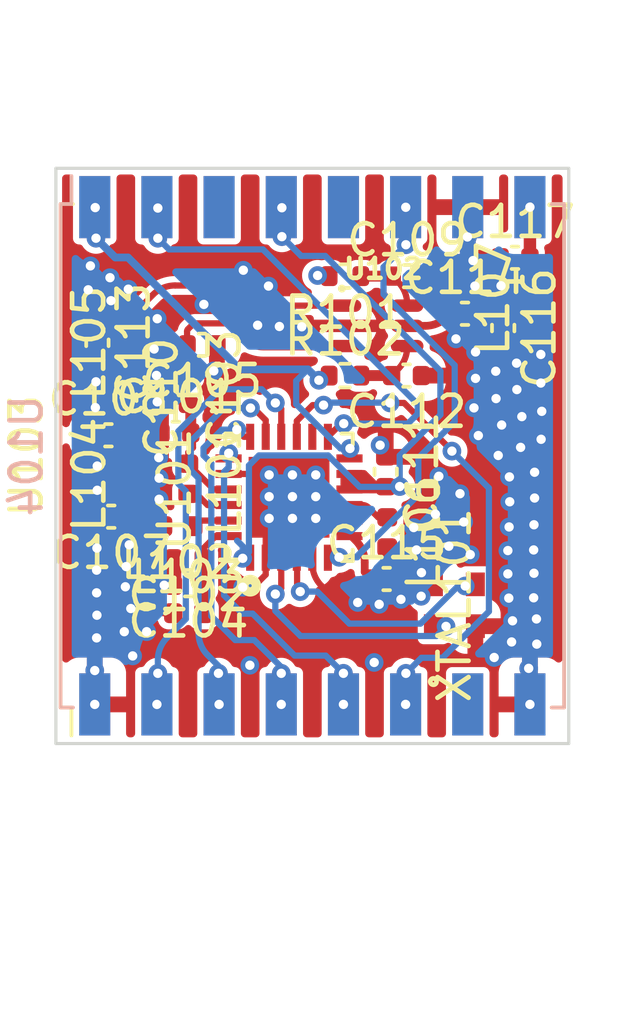
<source format=kicad_pcb>
(kicad_pcb (version 20211014) (generator pcbnew)
  (layers (0 "F.Cu" signal) (31 "B.Cu" jumper) (34 "B.Paste" user) (35 "F.Paste" user) (36 "B.SilkS" user "B.Silkscreen") (37 "F.SilkS" user "F.Silkscreen") (38 "B.Mask" user) (39 "F.Mask" user) (44 "Edge.Cuts" user))
  (net 0 "")
  (net 1 "GND")
  (net 2 "/RFI_P")
  (net 3 "/VR_PA")
  (net 4 "Net-(C103-Pad1)")
  (net 5 "/VDD_RADIO")
  (net 6 "Net-(U101-Pad3)")
  (net 7 "Net-(U101-Pad4)")
  (net 8 "/SX1262_DIO3")
  (net 9 "/SX1262_DIO2")
  (net 10 "/SX1262_DIO1")
  (net 11 "/SX1262_BUSY")
  (net 12 "/SX1262_RESET")
  (net 13 "/SX1262_MISO")
  (net 14 "/SX1262_MOSI")
  (net 15 "/SX1262_SCK")
  (net 16 "/SX1262_NSS")
  (net 17 "/RFI_N")
  (net 18 "/RF0")
  (net 19 "Net-(C113-Pad1)")
  (net 20 "Net-(C112-Pad2)")
  (net 21 "Net-(C114-Pad1)")
  (net 22 "Net-(C109-Pad1)")
  (net 23 "Net-(C107-Pad1)")
  (net 24 "Net-(C108-Pad2)")
  (net 25 "Net-(C110-Pad1)")
  (net 26 "Net-(C114-Pad2)")
  (net 27 "Net-(C115-Pad1)")
  (net 28 "Net-(L106-Pad1)")
  (net 29 "/ANT_SW")
  (net 33 "/PLZ")
  (footprint "Resistor_SMD:R_0402_1005Metric" (layer "F.Cu") (at 149.57 64.62)
    (fp_text reference "R102")
    (fp_text value "R_Small_US")
  )
  (footprint "Resistor_SMD:R_0402_1005Metric" (layer "F.Cu") (at 149.57 61.42 180)
    (fp_text reference "R101")
    (fp_text value "R_Small_US")
  )
  (footprint "RF_Module:HOPERF_RFM9XW_SMD" (layer "F.Cu") (at 148.52 67.2 90)
    (fp_text reference "U103")
    (fp_text value "RFM69HCW")
  )
  (footprint "Capacitor_SMD:C_0402_1005Metric" (layer "F.Cu") (at 144.97 63.63 180)
    (fp_text reference "C105")
    (fp_text value "C_Small")
  )
  (footprint "Capacitor_SMD:C_0402_1005Metric" (layer "F.Cu") (at 144.53 70.515 180)
    (fp_text reference "C102")
    (fp_text value "C_Small")
  )
  (footprint "Capacitor_SMD:C_0402_1005Metric" (layer "F.Cu") (at 144.53 65.065 -90)
    (fp_text reference "C103")
    (fp_text value "C_Small")
  )
  (footprint "Capacitor_SMD:C_0402_1005Metric" (layer "F.Cu") (at 142.505 65.33 -90)
    (fp_text reference "C110")
    (fp_text value "C_Small")
  )
  (footprint "Inductor_SMD:L_0402_1005Metric" (layer "F.Cu") (at 142.505 63.565 90)
    (fp_text reference "L105")
    (fp_text value "L_Small")
  )
  (footprint "Capacitor_SMD:C_0402_1005Metric" (layer "F.Cu") (at 151.55 64.62 180)
    (fp_text reference "C112")
    (fp_text value "C_Small")
  )
  (footprint "Capacitor_SMD:C_0402_1005Metric" (layer "F.Cu") (at 144.53 71.365 180)
    (fp_text reference "C104")
    (fp_text value "C_Small")
  )
  (footprint "Capacitor_SMD:C_0402_1005Metric" (layer "F.Cu") (at 141.605 63.565 -90)
    (fp_text reference "C113")
    (fp_text value "C_Small")
  )
  (footprint "Inductor_SMD:L_0402_1005Metric" (layer "F.Cu") (at 150.93 69.665 -90)
    (fp_text reference "L106")
    (fp_text value "L_Small")
  )
  (footprint "Capacitor_SMD:C_0402_1005Metric" (layer "F.Cu") (at 151.57 61.42)
    (fp_text reference "C109")
    (fp_text value "C_Small")
  )
  (footprint "SX1262:QFN50P400X400X100-25N" (layer "F.Cu") (at 147.77 68.535 90)
    (fp_text reference "U101")
    (fp_text value "SX1262IMLTRT")
  )
  (footprint "Inductor_SMD:L_0402_1005Metric" (layer "F.Cu") (at 144.205 69.465 180)
    (fp_text reference "L102")
    (fp_text value "L_Small")
  )
  (footprint "Inductor_SMD:L_0402_1005Metric" (layer "F.Cu") (at 144.53 67.94 -90)
    (fp_text reference "L101")
    (fp_text value "L_Small")
  )
  (footprint "SOT65P215X110-6N:SOT65P215X110-6N" (layer "F.Cu") (at 150.57 63.02)
    (fp_text reference "U102")
    (fp_text value "PE4259")
  )
  (footprint "Capacitor_SMD:C_0402_1005Metric" (layer "F.Cu") (at 150.91 71.165)
    (fp_text reference "C115")
    (fp_text value "C_Small")
  )
  (footprint "Capacitor_SMD:C_0402_1005Metric" (layer "F.Cu") (at 141.96 66.54)
    (fp_text reference "C108")
    (fp_text value "C_Small")
  )
  (footprint "EXS00A-CS06465:NX2016SA_NDK-L" (layer "F.Cu") (at 153.09 72.01 90)
    (fp_text reference "XTAL101")
    (fp_text value "NX2016SA-32M-EXS00A-CS06465")
  )
  (footprint "Capacitor_SMD:C_0402_1005Metric" (layer "F.Cu") (at 153.43 62.63)
    (fp_text reference "C114")
    (fp_text value "C_Small")
  )
  (footprint "Inductor_SMD:L_0402_1005Metric" (layer "F.Cu") (at 144.53 72.265)
    (fp_text reference "L103")
    (fp_text value "L_Small")
  )
  (footprint "Inductor_SMD:L_0402_1005Metric" (layer "F.Cu") (at 142.51 67.81 90)
    (fp_text reference "L104")
    (fp_text value "L_Small")
  )
  (footprint "Capacitor_SMD:C_0402_1005Metric" (layer "F.Cu") (at 154.66 63.09 -90)
    (fp_text reference "C116")
    (fp_text value "C_Small")
  )
  (footprint "Capacitor_SMD:C_0402_1005Metric" (layer "F.Cu") (at 144.13 66.465)
    (fp_text reference "C101")
    (fp_text value "C_Small")
  )
  (footprint "Inductor_SMD:L_0402_1005Metric" (layer "F.Cu") (at 155.5 62.13 90)
    (fp_text reference "L107")
    (fp_text value "L_Small")
  )
  (footprint "Capacitor_SMD:C_0402_1005Metric" (layer "F.Cu") (at 150.88 67.715 -90)
    (fp_text reference "C111")
    (fp_text value "C_Small")
  )
  (footprint "Capacitor_SMD:C_0402_1005Metric" (layer "F.Cu") (at 155.04 60.83)
    (fp_text reference "C117")
    (fp_text value "C_Small")
  )
  (footprint "Capacitor_SMD:C_0402_1005Metric" (layer "F.Cu") (at 142.05 69.16 180)
    (fp_text reference "C107")
    (fp_text value "C_Small")
  )
  (footprint "RF_Module:HOPERF_RFM9XW_SMD" (layer "B.Cu") (at 148.52 67.2 -90)
    (fp_text reference "U104")
    (fp_text value "RFM69HCW")
  )
  (gr_line (start 156.77 57.95) (end 156.77 76.46) (layer "Edge.Cuts") (width 0.1))
  (gr_line (start 140.27 57.95) (end 140.27 76.46) (layer "Edge.Cuts") (width 0.1))
  (gr_line (start 140.27 57.95) (end 156.77 57.95) (layer "Edge.Cuts") (width 0.1))
  (gr_line (start 140.27 76.46) (end 156.77 76.46) (layer "Edge.Cuts") (width 0.1))
  (segment (start 143.53 62.79) (end 143.53 63.665) (width 0.25) (layer "F.Cu") (net 1))
  (segment (start 148.52 70.48) (end 148.52 70.675786) (width 0.2) (layer "F.Cu") (net 1))
  (segment (start 149.715 69.285) (end 148.91 69.285) (width 0.2) (layer "F.Cu") (net 1))
  (segment (start 152.33 61.42) (end 152.05 61.42) (width 0.25) (layer "F.Cu") (net 1))
  (segment (start 143.58 68.59) (end 143.59 68.6) (width 0.25) (layer "F.Cu") (net 1))
  (segment (start 153.69 60.92) (end 153.69 61.68) (width 0.25) (layer "F.Cu") (net 1))
  (segment (start 141.52 74.11) (end 141.52 75.2) (width 0.25) (layer "F.Cu") (net 1))
  (segment (start 148.52 70.48) (end 148.52 69.675) (width 0.2) (layer "F.Cu") (net 1))
  (segment (start 148.812893 71.382893) (end 149.057107 71.627107) (width 0.2) (layer "F.Cu") (net 1))
  (segment (start 142.53 70.765) (end 142.53 72.2) (width 0.25) (layer "F.Cu") (net 1))
  (segment (start 144.05 71.365) (end 143.755 71.365) (width 0.2) (layer "F.Cu") (net 1))
  (segment (start 155.52 75.2) (end 155.52 74.08) (width 0.25) (layer "F.Cu") (net 1))
  (segment (start 141.56 65.63) (end 141.54 65.65) (width 0.25) (layer "F.Cu") (net 1))
  (segment (start 146.615 71.43) (end 147.02 71.025) (width 0.2) (layer "F.Cu") (net 1))
  (segment (start 143.53 63.665) (end 143.43 63.765) (width 0.25) (layer "F.Cu") (net 1))
  (segment (start 145.825 67.785) (end 146.81 67.785) (width 0.2) (layer "F.Cu") (net 1))
  (segment (start 146.81 63.05) (end 146.76 63) (width 0.25) (layer "F.Cu") (net 1))
  (segment (start 150.88 67.04) (end 150.7 66.86) (width 0.25) (layer "F.Cu") (net 1))
  (segment (start 141.56 64.82) (end 141.56 65.63) (width 0.35) (layer "F.Cu") (net 1))
  (segment (start 153.69 61.68) (end 153.75 61.74) (width 0.25) (layer "F.Cu") (net 1))
  (segment (start 142.53 72.2) (end 143.19 72.86) (width 0.25) (layer "F.Cu") (net 1))
  (segment (start 143.505 65.44) (end 143.53 65.465) (width 0.25) (layer "F.Cu") (net 1))
  (segment (start 148.91 69.285) (end 148.73 69.465) (width 0.2) (layer "F.Cu") (net 1))
  (segment (start 148.18 63.05) (end 146.81 63.05) (width 0.25) (layer "F.Cu") (net 1))
  (segment (start 149.764214 71.92) (end 149.98 71.92) (width 0.2) (layer "F.Cu") (net 1))
  (segment (start 143.43 63.765) (end 143.43 64.54) (width 0.25) (layer "F.Cu") (net 1))
  (segment (start 147.02 70.48) (end 147.02 69.555) (width 0.2) (layer "F.Cu") (net 1))
  (segment (start 148.73 68.865) (end 148.73 69.465) (width 0.2) (layer "F.Cu") (net 1))
  (segment (start 153.69 60.92) (end 153.78 60.83) (width 0.25) (layer "F.Cu") (net 1))
  (segment (start 153.69 60.92) (end 153.244214 60.92) (width 0.25) (layer "F.Cu") (net 1))
  (segment (start 142.63 70.065) (end 142.63 70.665) (width 0.25) (layer "F.Cu") (net 1))
  (segment (start 143.58 67.26) (end 143.58 68.59) (width 0.25) (layer "F.Cu") (net 1))
  (segment (start 141.6 67.53) (end 141.6 68.31) (width 0.35) (layer "F.Cu") (net 1))
  (segment (start 147.02 71.025) (end 147.02 70.48) (width 0.2) (layer "F.Cu") (net 1))
  (segment (start 143.43 64.54) (end 143.505 64.615) (width 0.25) (layer "F.Cu") (net 1))
  (segment (start 146.28 71.43) (end 146.615 71.43) (width 0.2) (layer "F.Cu") (net 1))
  (segment (start 153.51 60.16) (end 153.51 60.74) (width 0.25) (layer "F.Cu") (net 1))
  (segment (start 155.52 74.08) (end 155.48 74.04) (width 0.25) (layer "F.Cu") (net 1))
  (segment (start 147.02 69.555) (end 146.93 69.465) (width 0.2) (layer "F.Cu") (net 1))
  (segment (start 153.75 61.74) (end 154.58 61.74) (width 0.25) (layer "F.Cu") (net 1))
  (segment (start 152.537107 61.212893) (end 152.33 61.42) (width 0.25) (layer "F.Cu") (net 1))
  (segment (start 143.505 64.615) (end 143.505 65.44) (width 0.25) (layer "F.Cu") (net 1))
  (segment (start 153.51 60.74) (end 153.69 60.92) (width 0.25) (layer "F.Cu") (net 1))
  (segment (start 148.52 69.675) (end 148.73 69.465) (width 0.2) (layer "F.Cu") (net 1))
  (segment (start 146.44 73.87) (end 146.44 71.59) (width 0.2) (layer "F.Cu") (net 1))
  (segment (start 145.45 64.37) (end 145.35 64.47) (width 0.25) (layer "F.Cu") (net 1))
  (segment (start 146.93 69.465) (end 148.73 67.665) (width 0.2) (layer "F.Cu") (net 1))
  (segment (start 153.78 60.83) (end 154.56 60.83) (width 0.25) (layer "F.Cu") (net 1))
  (segment (start 146.51 73.94) (end 146.44 73.87) (width 0.25) (layer "F.Cu") (net 1))
  (segment (start 146.93 67.665) (end 148.73 69.465) (width 0.2) (layer "F.Cu") (net 1))
  (segment (start 150.88 67.235) (end 150.88 67.04) (width 0.25) (layer "F.Cu") (net 1))
  (segment (start 142.63 70.665) (end 142.53 70.765) (width 0.25) (layer "F.Cu") (net 1))
  (segment (start 154.58 61.74) (end 154.59 61.73) (width 0.25) (layer "F.Cu") (net 1))
  (segment (start 146.81 67.785) (end 146.93 67.665) (width 0.2) (layer "F.Cu") (net 1))
  (segment (start 145.45 63.63) (end 145.45 64.37) (width 0.25) (layer "F.Cu") (net 1))
  (via (at 141.52 74.11) (size 0.6) (drill 0.3) (layers "F.Cu" "B.Cu") (net 1))
  (via (at 154.85 69.49) (size 0.6) (drill 0.3) (layers "F.Cu" "B.Cu") (net 1))
  (via (at 154.59 61.73) (size 0.6) (drill 0.3) (layers "F.Cu" "B.Cu") (net 1))
  (via (at 150.67 71.98) (size 0.6) (drill 0.3) (layers "F.Cu" "B.Cu") (net 1))
  (via (at 155.67 67.73) (size 0.6) (drill 0.3) (layers "F.Cu" "B.Cu") (net 1))
  (via (at 141.6 68.31) (size 0.6) (drill 0.3) (layers "F.Cu" "B.Cu") (net 1))
  (via (at 152.02 71.72) (size 0.6) (drill 0.3) (layers "F.Cu" "B.Cu") (net 1))
  (via (at 155.52 75.2) (size 0.6) (drill 0.3) (layers "F.Cu" "B.Cu") (net 1))
  (via (at 147.13 67.815) (size 0.6) (drill 0.3) (layers "F.Cu" "B.Cu") (net 1))
  (via (at 143.53 65.465) (size 0.6) (drill 0.3) (layers "F.Cu" "B.Cu") (net 1))
  (via (at 143.19 72.86) (size 0.6) (drill 0.3) (layers "F.Cu" "B.Cu") (net 1))
  (via (at 153.77 64.71) (size 0.6) (drill 0.3) (layers "F.Cu" "B.Cu") (net 1))
  (via (at 155.1 65.07) (size 0.6) (drill 0.3) (layers "F.Cu" "B.Cu") (net 1))
  (via (at 147.88 69.215) (size 0.6) (drill 0.3) (layers "F.Cu" "B.Cu") (net 1))
  (via (at 151.37 71.82) (size 0.6) (drill 0.3) (layers "F.Cu" "B.Cu") (net 1))
  (via (at 142.505 71.415) (size 0.6) (drill 0.3) (layers "F.Cu" "B.Cu") (net 1))
  (via (at 141.52 75.2) (size 0.6) (drill 0.3) (layers "F.Cu" "B.Cu") (net 1))
  (via (at 155.74 73.26) (size 0.6) (drill 0.3) (layers "F.Cu" "B.Cu") (net 1))
  (via (at 153.39 69.33) (size 0.6) (drill 0.3) (layers "F.Cu" "B.Cu") (net 1))
  (via (at 147.88 68.515) (size 0.6) (drill 0.3) (layers "F.Cu" "B.Cu") (net 1))
  (via (at 141.31 61.86) (size 0.6) (drill 0.3) (layers "F.Cu" "B.Cu") (net 1))
  (via (at 150.51 73.85) (size 0.6) (drill 0.3) (layers "F.Cu" "B.Cu") (net 1))
  (via (at 154.42 64.48) (size 0.6) (drill 0.3) (layers "F.Cu" "B.Cu") (net 1))
  (via (at 142.53 70.765) (size 0.6) (drill 0.3) (layers "F.Cu" "B.Cu") (net 1))
  (via (at 147.11 61.74) (size 0.6) (drill 0.3) (layers "F.Cu" "B.Cu") (net 1))
  (via (at 155.87 63.94) (size 0.6) (drill 0.3) (layers "F.Cu" "B.Cu") (net 1))
  (via (at 153.77 63.86) (size 0.6) (drill 0.3) (layers "F.Cu" "B.Cu") (net 1))
  (via (at 155.09 64.22) (size 0.6) (drill 0.3) (layers "F.Cu" "B.Cu") (net 1))
  (via (at 154.84 71.78) (size 0.6) (drill 0.3) (layers "F.Cu" "B.Cu") (net 1))
  (via (at 143.43 63.765) (size 0.6) (drill 0.3) (layers "F.Cu" "B.Cu") (net 1))
  (via (at 154.81 71) (size 0.6) (drill 0.3) (layers "F.Cu" "B.Cu") (net 1))
  (via (at 155.87 64.86) (size 0.6) (drill 0.3) (layers "F.Cu" "B.Cu") (net 1))
  (via (at 141.6 67.53) (size 0.6) (drill 0.3) (layers "F.Cu" "B.Cu") (net 1))
  (via (at 155.67 68.56) (size 0.6) (drill 0.3) (layers "F.Cu" "B.Cu") (net 1))
  (via (at 153.86 66.55) (size 0.6) (drill 0.3) (layers "F.Cu" "B.Cu") (net 1))
  (via (at 145.03 62.33) (size 0.6) (drill 0.3) (layers "F.Cu" "B.Cu") (net 1))
  (via (at 155.64 70.23) (size 0.6) (drill 0.3) (layers "F.Cu" "B.Cu") (net 1))
  (via (at 143.59 67.92) (size 0.6) (drill 0.3) (layers "F.Cu" "B.Cu") (net 1))
  (via (at 142.01 61.47) (size 0.6) (drill 0.3) (layers "F.Cu" "B.Cu") (net 1))
  (via (at 147.13 68.515) (size 0.6) (drill 0.3) (layers "F.Cu" "B.Cu") (net 1))
  (via (at 141.56 64.82) (size 0.6) (drill 0.3) (layers "F.Cu" "B.Cu") (net 1))
  (via (at 155.48 74.04) (size 0.6) (drill 0.3) (layers "F.Cu" "B.Cu") (net 1))
  (via (at 142.74 73.64) (size 0.6) (drill 0.3) (layers "F.Cu" "B.Cu") (net 1))
  (via (at 155.22 66.93) (size 0.6) (drill 0.3) (layers "F.Cu" "B.Cu") (net 1))
  (via (at 151.87 70.23) (size 0.6) (drill 0.3) (layers "F.Cu" "B.Cu") (net 1))
  (via (at 148.63 68.515) (size 0.6) (drill 0.3) (layers "F.Cu" "B.Cu") (net 1))
  (via (at 153.51 60.16) (size 0.6) (drill 0.3) (layers "F.Cu" "B.Cu") (net 1))
  (via (at 155.73 72.45) (size 0.6) (drill 0.3) (layers "F.Cu" "B.Cu") (net 1))
  (via (at 143.59 68.6) (size 0.6) (drill 0.3) (layers "F.Cu" "B.Cu") (net 1))
  (via (at 143.755 71.365) (size 0.6) (drill 0.3) (layers "F.Cu" "B.Cu") (net 1))
  (via (at 154.5 67.19) (size 0.6) (drill 0.3) (layers "F.Cu" "B.Cu") (net 1))
  (via (at 155.88 66.67) (size 0.6) (drill 0.3) (layers "F.Cu" "B.Cu") (net 1))
  (via (at 143.58 67.26) (size 0.6) (drill 0.3) (layers "F.Cu" "B.Cu") (net 1))
  (via (at 155.65 70.98) (size 0.6) (drill 0.3) (layers "F.Cu" "B.Cu") (net 1))
  (via (at 154.87 68.68) (size 0.6) (drill 0.3) (layers "F.Cu" "B.Cu") (net 1))
  (via (at 142.6 61.84) (size 0.6) (drill 0.3) (layers "F.Cu" "B.Cu") (net 1))
  (via (at 141.54 65.65) (size 0.6) (drill 0.3) (layers "F.Cu" "B.Cu") (net 1))
  (via (at 142.47 72.86) (size 0.6) (drill 0.3) (layers "F.Cu" "B.Cu") (net 1))
  (via (at 155.26 65.94) (size 0.6) (drill 0.3) (layers "F.Cu" "B.Cu") (net 1))
  (via (at 147.88 67.815) (size 0.6) (drill 0.3) (layers "F.Cu" "B.Cu") (net 1))
  (via (at 141.58 73.06) (size 0.6) (drill 0.3) (layers "F.Cu" "B.Cu") (net 1))
  (via (at 152.48 69.08) (size 0.6) (drill 0.3) (layers "F.Cu" "B.Cu") (net 1))
  (via (at 143.53 62.79) (size 0.6) (drill 0.3) (layers "F.Cu" "B.Cu") (net 1))
  (via (at 155.65 69.42) (size 0.6) (drill 0.3) (layers "F.Cu" "B.Cu") (net 1))
  (via (at 153.27 68.42) (size 0.6) (drill 0.3) (layers "F.Cu" "B.Cu") (net 1))
  (via (at 149.98 71.92) (size 0.6) (drill 0.3) (layers "F.Cu" "B.Cu") (net 1))
  (via (at 146.28 71.43) (size 0.6) (drill 0.3) (layers "F.Cu" "B.Cu") (net 1))
  (via (at 142.63 70.065) (size 0.6) (drill 0.3) (layers "F.Cu" "B.Cu") (net 1))
  (via (at 142.68 72.115) (size 0.6) (drill 0.3) (layers "F.Cu" "B.Cu") (net 1))
  (via (at 148.63 67.815) (size 0.6) (drill 0.3) (layers "F.Cu" "B.Cu") (net 1))
  (via (at 146.51 73.94) (size 0.6) (drill 0.3) (layers "F.Cu" "B.Cu") (net 1))
  (via (at 148.63 69.215) (size 0.6) (drill 0.3) (layers "F.Cu" "B.Cu") (net 1))
  (via (at 150.7 66.86) (size 0.6) (drill 0.3) (layers "F.Cu" "B.Cu") (net 1))
  (via (at 155.64 71.77) (size 0.6) (drill 0.3) (layers "F.Cu" "B.Cu") (net 1))
  (via (at 147.46 63.04) (size 0.6) (drill 0.3) (layers "F.Cu" "B.Cu") (net 1))
  (via (at 141.38 61.09) (size 0.6) (drill 0.3) (layers "F.Cu" "B.Cu") (net 1))
  (via (at 145.35 64.47) (size 0.6) (drill 0.3) (layers "F.Cu" "B.Cu") (net 1))
  (via (at 142.04 62.21) (size 0.6) (drill 0.3) (layers "F.Cu" "B.Cu") (net 1))
  (via (at 141.59 72.33) (size 0.6) (drill 0.3) (layers "F.Cu" "B.Cu") (net 1))
  (via (at 151.78 69.51) (size 0.6) (drill 0.3) (layers "F.Cu" "B.Cu") (net 1))
  (via (at 152.91 70.11) (size 0.6) (drill 0.3) (layers "F.Cu" "B.Cu") (net 1))
  (via (at 152.59 67.86) (size 0.6) (drill 0.3) (layers "F.Cu" "B.Cu") (net 1))
  (via (at 141.58 70.88) (size 0.6) (drill 0.3) (layers "F.Cu" "B.Cu") (net 1))
  (via (at 153.75 61.74) (size 0.6) (drill 0.3) (layers "F.Cu" "B.Cu") (net 1))
  (via (at 154.43 65.36) (size 0.6) (drill 0.3) (layers "F.Cu" "B.Cu") (net 1))
  (via (at 146.76 63) (size 0.6) (drill 0.3) (layers "F.Cu" "B.Cu") (net 1))
  (via (at 154.37 73.69) (size 0.6) (drill 0.3) (layers "F.Cu" "B.Cu") (net 1))
  (via (at 154.96 72.51) (size 0.6) (drill 0.3) (layers "F.Cu" "B.Cu") (net 1))
  (via (at 155.9 65.77) (size 0.6) (drill 0.3) (layers "F.Cu" "B.Cu") (net 1))
  (via (at 154.61 66.21) (size 0.6) (drill 0.3) (layers "F.Cu" "B.Cu") (net 1))
  (via (at 147.13 69.215) (size 0.6) (drill 0.3) (layers "F.Cu" "B.Cu") (net 1))
  (via (at 148.18 63.05) (size 0.6) (drill 0.3) (layers "F.Cu" "B.Cu") (net 1))
  (via (at 141.59 70.17) (size 0.6) (drill 0.3) (layers "F.Cu" "B.Cu") (net 1))
  (via (at 143.505 64.615) (size 0.6) (drill 0.3) (layers "F.Cu" "B.Cu") (net 1))
  (via (at 154.81 70.25) (size 0.6) (drill 0.3) (layers "F.Cu" "B.Cu") (net 1))
  (via (at 154.86 67.88) (size 0.6) (drill 0.3) (layers "F.Cu" "B.Cu") (net 1))
  (via (at 153.6 70.38) (size 0.6) (drill 0.3) (layers "F.Cu" "B.Cu") (net 1))
  (via (at 141.58 71.61) (size 0.6) (drill 0.3) (layers "F.Cu" "B.Cu") (net 1))
  (via (at 154.93 73.19) (size 0.6) (drill 0.3) (layers "F.Cu" "B.Cu") (net 1))
  (via (at 153.14 63.44) (size 0.6) (drill 0.3) (layers "F.Cu" "B.Cu") (net 1))
  (via (at 152.03 70.96) (size 0.6) (drill 0.3) (layers "F.Cu" "B.Cu") (net 1))
  (via (at 153.69 60.92) (size 0.6) (drill 0.3) (layers "F.Cu" "B.Cu") (net 1))
  (via (at 146.3 61.23) (size 0.6) (drill 0.3) (layers "F.Cu" "B.Cu") (net 1))
  (via (at 153.72 65.66) (size 0.6) (drill 0.3) (layers "F.Cu" "B.Cu") (net 1))
  (arc (start 148.812893 71.382893) (mid 148.59612 71.05847) (end 148.52 70.675786) (width 0.2) (layer "F.Cu") (net 1))
  (arc (start 149.057107 71.627107) (mid 149.38153 71.84388) (end 149.764214 71.92) (width 0.2) (layer "F.Cu") (net 1))
  (arc (start 153.244214 60.92) (mid 152.861531 60.99612) (end 152.537107 61.212893) (width 0.25) (layer "F.Cu") (net 1))
  (segment (start 143.755 71.365) (end 142.555 71.365) (width 0.2) (layer "B.Cu") (net 1))
  (segment (start 141.75 68.31) (end 141.6 68.31) (width 0.25) (layer "B.Cu") (net 1))
  (segment (start 142.8 67.26) (end 141.75 68.31) (width 0.25) (layer "B.Cu") (net 1))
  (segment (start 145.28 64.4) (end 144.57 64.4) (width 0.25) (layer "B.Cu") (net 1))
  (segment (start 141.54 65.65) (end 141.72 65.47) (width 0.25) (layer "B.Cu") (net 1))
  (segment (start 144.355 64.615) (end 143.505 64.615) (width 0.25) (layer "B.Cu") (net 1))
  (segment (start 141.72 65.47) (end 143.525 65.47) (width 0.25) (layer "B.Cu") (net 1))
  (segment (start 143.58 67.26) (end 142.8 67.26) (width 0.25) (layer "B.Cu") (net 1))
  (segment (start 144.57 64.4) (end 144.355 64.615) (width 0.25) (layer "B.Cu") (net 1))
  (segment (start 142.555 71.365) (end 142.505 71.415) (width 0.2) (layer "B.Cu") (net 1))
  (segment (start 143.525 65.47) (end 143.53 65.465) (width 0.25) (layer "B.Cu") (net 1))
  (segment (start 145.35 64.47) (end 145.28 64.4) (width 0.25) (layer "B.Cu") (net 1))
  (segment (start 144.68 66.94) (end 144.68 66.535) (width 0.2) (layer "F.Cu") (net 2))
  (segment (start 144.61 66.465) (end 144.61 65.625) (width 0.35) (layer "F.Cu") (net 2))
  (segment (start 144.53 67.455) (end 144.53 67.09) (width 0.2) (layer "F.Cu") (net 2))
  (segment (start 144.61 65.625) (end 144.53 65.545) (width 0.2) (layer "F.Cu") (net 2))
  (segment (start 144.68 66.535) (end 144.61 66.465) (width 0.2) (layer "F.Cu") (net 2))
  (segment (start 144.53 67.09) (end 144.68 66.94) (width 0.2) (layer "F.Cu") (net 2))
  (segment (start 145.825 68.285) (end 145.335 68.285) (width 0.2) (layer "F.Cu") (net 2))
  (segment (start 144.53 67.465) (end 144.53 67.455) (width 0.2) (layer "F.Cu") (net 2))
  (segment (start 145.35 68.285) (end 144.53 67.465) (width 0.2) (layer "F.Cu") (net 2))
  (segment (start 145.825 68.285) (end 145.35 68.285) (width 0.2) (layer "F.Cu") (net 2))
  (segment (start 145.01 72.26) (end 145.015 72.265) (width 0.2) (layer "F.Cu") (net 3))
  (segment (start 145.01 70.515) (end 145.01 71.365) (width 0.35) (layer "F.Cu") (net 3))
  (segment (start 145.825 69.785) (end 145.41 69.785) (width 0.2) (layer "F.Cu") (net 3))
  (segment (start 145.01 71.365) (end 145.01 72.26) (width 0.35) (layer "F.Cu") (net 3))
  (segment (start 145.41 69.785) (end 145.01 70.185) (width 0.2) (layer "F.Cu") (net 3))
  (segment (start 145.01 70.185) (end 145.01 70.515) (width 0.2) (layer "F.Cu") (net 3))
  (segment (start 144.49 63.775) (end 144.49 63.63) (width 0.2) (layer "F.Cu") (net 4))
  (segment (start 144.49 63.63) (end 144.49 63.196421) (width 0.2) (layer "F.Cu") (net 4))
  (segment (start 149.53 63.71) (end 149.57 63.67) (width 0.2) (layer "F.Cu") (net 4))
  (segment (start 144.746421 62.94) (end 145.728579 62.94) (width 0.2) (layer "F.Cu") (net 4))
  (segment (start 144.53 64.585) (end 144.53 63.67) (width 0.35) (layer "F.Cu") (net 4))
  (segment (start 144.355 63.765) (end 144.49 63.63) (width 0.2) (layer "F.Cu") (net 4))
  (segment (start 145.79929 62.96929) (end 146.247107 63.417107) (width 0.2) (layer "F.Cu") (net 4))
  (segment (start 146.954214 63.71) (end 149.53 63.71) (width 0.2) (layer "F.Cu") (net 4))
  (segment (start 144.43 63.835) (end 144.49 63.775) (width 0.2) (layer "F.Cu") (net 4))
  (segment (start 144.51929 63.12571) (end 144.675711 62.969289) (width 0.2) (layer "F.Cu") (net 4))
  (segment (start 144.53 63.67) (end 144.49 63.63) (width 0.2) (layer "F.Cu") (net 4))
  (arc (start 145.728579 62.94) (mid 145.766848 62.947612) (end 145.79929 62.96929) (width 0.2) (layer "F.Cu") (net 4))
  (arc (start 146.247107 63.417107) (mid 146.571531 63.63388) (end 146.954214 63.71) (width 0.2) (layer "F.Cu") (net 4))
  (arc (start 144.49 63.196421) (mid 144.497612 63.158152) (end 144.51929 63.12571) (width 0.2) (layer "F.Cu") (net 4))
  (arc (start 144.675711 62.969289) (mid 144.708153 62.947612) (end 144.746421 62.94) (width 0.2) (layer "F.Cu") (net 4))
  (segment (start 149.55 67.95) (end 149.55 68.12) (width 0.25) (layer "F.Cu") (net 5))
  (segment (start 149.715 67.785) (end 149.55 67.95) (width 0.25) (layer "F.Cu") (net 5))
  (segment (start 149.715 68.285) (end 149.805 68.195) (width 0.25) (layer "F.Cu") (net 5))
  (segment (start 149.715 67.785) (end 149.885 67.785) (width 0.25) (layer "F.Cu") (net 5))
  (segment (start 149.715 67.785) (end 150.125 68.195) (width 0.25) (layer "F.Cu") (net 5))
  (segment (start 149.975 67.785) (end 150.475 68.285) (width 0.25) (layer "F.Cu") (net 5))
  (segment (start 149.805 68.195) (end 150.125 68.195) (width 0.25) (layer "F.Cu") (net 5))
  (segment (start 150.125 68.195) (end 150.585 68.195) (width 0.25) (layer "F.Cu") (net 5))
  (segment (start 149.905 67.785) (end 150.405 68.285) (width 0.25) (layer "F.Cu") (net 5))
  (segment (start 149.55 68.12) (end 149.715 68.285) (width 0.25) (layer "F.Cu") (net 5))
  (segment (start 149.715 68.285) (end 150.385 68.285) (width 0.25) (layer "F.Cu") (net 5))
  (segment (start 151.325 68.195) (end 151.33 68.19) (width 0.25) (layer "F.Cu") (net 5))
  (segment (start 150.475 68.285) (end 150.79 68.285) (width 0.25) (layer "F.Cu") (net 5))
  (segment (start 149.715 67.785) (end 150.175 67.785) (width 0.25) (layer "F.Cu") (net 5))
  (segment (start 146.3 70.48) (end 146.52 70.48) (width 0.2) (layer "F.Cu") (net 5))
  (segment (start 149.715 68.105) (end 149.805 68.195) (width 0.25) (layer "F.Cu") (net 5))
  (segment (start 149.715 67.785) (end 149.905 67.785) (width 0.25) (layer "F.Cu") (net 5))
  (segment (start 147.54 59.22) (end 147.52 59.2) (width 0.2) (layer "F.Cu") (net 5))
  (segment (start 150.385 68.285) (end 150.405 68.285) (width 0.25) (layer "F.Cu") (net 5))
  (segment (start 150.175 67.785) (end 150.585 68.195) (width 0.25) (layer "F.Cu") (net 5))
  (segment (start 150.405 68.285) (end 150.475 68.285) (width 0.25) (layer "F.Cu") (net 5))
  (segment (start 149.715 67.785) (end 149.975 67.785) (width 0.25) (layer "F.Cu") (net 5))
  (segment (start 149.715 67.785) (end 149.715 68.105) (width 0.25) (layer "F.Cu") (net 5))
  (segment (start 150.585 68.195) (end 150.88 68.195) (width 0.25) (layer "F.Cu") (net 5))
  (segment (start 150.88 68.195) (end 151.325 68.195) (width 0.25) (layer "F.Cu") (net 5))
  (segment (start 147.54 60.15) (end 147.54 59.22) (width 0.2) (layer "F.Cu") (net 5))
  (segment (start 150.79 68.285) (end 150.88 68.195) (width 0.25) (layer "F.Cu") (net 5))
  (segment (start 149.885 67.785) (end 150.385 68.285) (width 0.25) (layer "F.Cu") (net 5))
  (segment (start 146.28 70.5) (end 146.3 70.48) (width 0.2) (layer "F.Cu") (net 5))
  (via (at 151.33 68.19) (size 0.6) (drill 0.3) (layers "F.Cu" "B.Cu") (net 5))
  (via (at 147.54 60.15) (size 0.6) (drill 0.3) (layers "F.Cu" "B.Cu") (net 5))
  (via (at 146.28 70.5) (size 0.6) (drill 0.3) (layers "F.Cu" "B.Cu") (net 5))
  (via (at 147.54 59.22) (size 0.6) (drill 0.3) (layers "F.Cu" "B.Cu") (net 5))
  (segment (start 151.33 67.19) (end 151.33 68.19) (width 0.2) (layer "B.Cu") (net 5))
  (segment (start 146.28 70.5) (end 146.48 70.3) (width 0.2) (layer "B.Cu") (net 5))
  (segment (start 146.28 70.5) (end 146.28 70.11) (width 0.2) (layer "B.Cu") (net 5))
  (segment (start 148.935 60.77) (end 152.64 64.475) (width 0.2) (layer "B.Cu") (net 5))
  (segment (start 146.48 67.51) (end 146.8 67.19) (width 0.2) (layer "B.Cu") (net 5))
  (segment (start 152.64 65.88) (end 151.33 67.19) (width 0.2) (layer "B.Cu") (net 5))
  (segment (start 146.28 70.11) (end 146.1 69.93) (width 0.2) (layer "B.Cu") (net 5))
  (segment (start 150.04 68.2) (end 151.32 68.2) (width 0.2) (layer "B.Cu") (net 5))
  (segment (start 149.03 67.19) (end 150.04 68.2) (width 0.2) (layer "B.Cu") (net 5))
  (segment (start 146.8 67.19) (end 149.03 67.19) (width 0.2) (layer "B.Cu") (net 5))
  (segment (start 152.64 64.475) (end 152.64 65.88) (width 0.2) (layer "B.Cu") (net 5))
  (segment (start 146.48 70.3) (end 146.48 67.51) (width 0.2) (layer "B.Cu") (net 5))
  (segment (start 148.16 60.77) (end 148.935 60.77) (width 0.2) (layer "B.Cu") (net 5))
  (segment (start 147.54 60.15) (end 148.16 60.77) (width 0.2) (layer "B.Cu") (net 5))
  (segment (start 151.32 68.2) (end 151.33 68.19) (width 0.2) (layer "B.Cu") (net 5))
  (segment (start 152.82 72.69) (end 152.4219 72.69) (width 0.35) (layer "F.Cu") (net 6))
  (segment (start 152.4219 72.69) (end 152.415 72.6831) (width 0.2) (layer "F.Cu") (net 6))
  (segment (start 147.52 71.46) (end 147.52 70.48) (width 0.2) (layer "F.Cu") (net 6))
  (segment (start 147.33 71.65) (end 147.52 71.46) (width 0.2) (layer "F.Cu") (net 6))
  (via (at 147.33 71.65) (size 0.6) (drill 0.3) (layers "F.Cu" "B.Cu") (net 6))
  (via (at 152.82 72.69) (size 0.6) (drill 0.3) (layers "F.Cu" "B.Cu") (net 6))
  (segment (start 147.33 72.19) (end 148.14 73) (width 0.2) (layer "B.Cu") (net 6))
  (segment (start 152.51 73) (end 152.82 72.69) (width 0.2) (layer "B.Cu") (net 6))
  (segment (start 148.14 73) (end 152.51 73) (width 0.2) (layer "B.Cu") (net 6))
  (segment (start 147.33 71.65) (end 147.33 72.19) (width 0.2) (layer "B.Cu") (net 6))
  (segment (start 148.03 71.47) (end 148.03 70.49) (width 0.2) (layer "F.Cu") (net 7))
  (segment (start 153.44 71.39) (end 153.7119 71.39) (width 0.35) (layer "F.Cu") (net 7))
  (segment (start 153.7119 71.39) (end 153.765 71.3369) (width 0.2) (layer "F.Cu") (net 7))
  (segment (start 148.13 71.57) (end 148.03 71.47) (width 0.2) (layer "F.Cu") (net 7))
  (segment (start 148.03 70.49) (end 148.02 70.48) (width 0.2) (layer "F.Cu") (net 7))
  (via (at 153.44 71.39) (size 0.6) (drill 0.3) (layers "F.Cu" "B.Cu") (net 7))
  (via (at 148.13 71.57) (size 0.6) (drill 0.3) (layers "F.Cu" "B.Cu") (net 7))
  (segment (start 152 72.6) (end 153.21 71.39) (width 0.2) (layer "B.Cu") (net 7))
  (segment (start 149.71 72.6) (end 152 72.6) (width 0.2) (layer "B.Cu") (net 7))
  (segment (start 148.13 71.57) (end 148.68 71.57) (width 0.2) (layer "B.Cu") (net 7))
  (segment (start 153.21 71.39) (end 153.44 71.39) (width 0.2) (layer "B.Cu") (net 7))
  (segment (start 148.68 71.57) (end 149.71 72.6) (width 0.2) (layer "B.Cu") (net 7))
  (segment (start 151.53 60.41) (end 151.53 59.21) (width 0.2) (layer "F.Cu") (net 8))
  (segment (start 151.53 59.21) (end 151.525 59.205) (width 0.2) (layer "F.Cu") (net 8))
  (segment (start 149.38 70.465) (end 149.365 70.48) (width 0.2) (layer "F.Cu") (net 8))
  (segment (start 151.525 59.205) (end 151.52 59.2) (width 0.2) (layer "F.Cu") (net 8))
  (segment (start 149.365 70.48) (end 149.02 70.48) (width 0.2) (layer "F.Cu") (net 8))
  (via (at 151.525 59.205) (size 0.6) (drill 0.3) (layers "F.Cu" "B.Cu") (net 8))
  (via (at 149.38 70.465) (size 0.6) (drill 0.3) (layers "F.Cu" "B.Cu") (net 8))
  (via (at 151.53 60.41) (size 0.6) (drill 0.3) (layers "F.Cu" "B.Cu") (net 8))
  (segment (start 150.81 61.13) (end 151.53 60.41) (width 0.2) (layer "B.Cu") (net 8))
  (segment (start 150.81 62) (end 150.81 61.13) (width 0.2) (layer "B.Cu") (net 8))
  (segment (start 149.965 70.465) (end 149.965 70.425) (width 0.2) (layer "B.Cu") (net 8))
  (segment (start 153.1 64.29) (end 150.81 62) (width 0.2) (layer "B.Cu") (net 8))
  (segment (start 149.965 70.425) (end 151.93 68.46) (width 0.2) (layer "B.Cu") (net 8))
  (segment (start 149.38 70.465) (end 149.965 70.465) (width 0.2) (layer "B.Cu") (net 8))
  (segment (start 151.93 68.46) (end 151.93 67.27) (width 0.2) (layer "B.Cu") (net 8))
  (segment (start 153.1 66.1) (end 153.1 64.29) (width 0.2) (layer "B.Cu") (net 8))
  (segment (start 151.93 67.27) (end 153.1 66.1) (width 0.2) (layer "B.Cu") (net 8))
  (segment (start 148.88 64.62) (end 149.06 64.62) (width 0.2) (layer "F.Cu") (net 9))
  (segment (start 141.535 59.215) (end 141.52 59.2) (width 0.25) (layer "F.Cu") (net 9))
  (segment (start 141.56 60.2) (end 141.56 59.24) (width 0.25) (layer "F.Cu") (net 9))
  (segment (start 149.055 64.625) (end 149.06 64.62) (width 0.2) (layer "F.Cu") (net 9))
  (segment (start 148.73 64.77) (end 148.88 64.62) (width 0.2) (layer "F.Cu") (net 9))
  (segment (start 149.715 67.285) (end 149.715 66.98) (width 0.2) (layer "F.Cu") (net 9))
  (segment (start 149.715 66.98) (end 149.73 66.965) (width 0.2) (layer "F.Cu") (net 9))
  (segment (start 141.56 59.24) (end 141.535 59.215) (width 0.25) (layer "F.Cu") (net 9))
  (via (at 141.535 59.215) (size 0.6) (drill 0.3) (layers "F.Cu" "B.Cu") (net 9))
  (via (at 148.73 64.77) (size 0.6) (drill 0.3) (layers "F.Cu" "B.Cu") (net 9))
  (via (at 149.73 66.965) (size 0.6) (drill 0.3) (layers "F.Cu" "B.Cu") (net 9))
  (via (at 141.56 60.2) (size 0.6) (drill 0.3) (layers "F.Cu" "B.Cu") (net 9))
  (segment (start 148 65.54) (end 149.425 66.965) (width 0.2) (layer "B.Cu") (net 9))
  (segment (start 148.37 64.42) (end 148 64.79) (width 0.2) (layer "B.Cu") (net 9))
  (segment (start 148 64.79) (end 148 65.54) (width 0.2) (layer "B.Cu") (net 9))
  (segment (start 148.73 64.77) (end 148.38 64.42) (width 0.25) (layer "B.Cu") (net 9))
  (segment (start 146.19 64.42) (end 148.38 64.42) (width 0.25) (layer "B.Cu") (net 9))
  (segment (start 141.56 60.2) (end 142.18 60.82) (width 0.25) (layer "B.Cu") (net 9))
  (segment (start 142.18 60.82) (end 142.59 60.82) (width 0.25) (layer "B.Cu") (net 9))
  (segment (start 142.59 60.82) (end 146.19 64.42) (width 0.25) (layer "B.Cu") (net 9))
  (segment (start 149.425 66.965) (end 149.73 66.965) (width 0.2) (layer "B.Cu") (net 9))
  (segment (start 148.38 64.42) (end 148.37 64.42) (width 0.2) (layer "B.Cu") (net 9))
  (segment (start 149.445 66.165) (end 149.02 66.59) (width 0.2) (layer "F.Cu") (net 10))
  (segment (start 149.53 66.165) (end 149.445 66.165) (width 0.2) (layer "F.Cu") (net 10))
  (segment (start 143.55 60.2) (end 143.55 59.23) (width 0.2) (layer "F.Cu") (net 10))
  (segment (start 143.55 59.23) (end 143.52 59.2) (width 0.2) (layer "F.Cu") (net 10))
  (via (at 143.55 60.2) (size 0.6) (drill 0.3) (layers "F.Cu" "B.Cu") (net 10))
  (via (at 143.55 59.23) (size 0.6) (drill 0.3) (layers "F.Cu" "B.Cu") (net 10))
  (via (at 149.53 66.165) (size 0.6) (drill 0.3) (layers "F.Cu" "B.Cu") (net 10))
  (segment (start 151.595 66.165) (end 149.53 66.165) (width 0.2) (layer "B.Cu") (net 10))
  (segment (start 143.55 60.2) (end 143.91 60.56) (width 0.2) (layer "B.Cu") (net 10))
  (segment (start 151.91 65.54) (end 151.91 65.85) (width 0.2) (layer "B.Cu") (net 10))
  (segment (start 143.91 60.56) (end 146.93 60.56) (width 0.2) (layer "B.Cu") (net 10))
  (segment (start 151.91 65.85) (end 151.595 66.165) (width 0.2) (layer "B.Cu") (net 10))
  (segment (start 146.93 60.56) (end 151.91 65.54) (width 0.2) (layer "B.Cu") (net 10))
  (segment (start 153.01 67.04) (end 151.47 65.5) (width 0.2) (layer "F.Cu") (net 12))
  (segment (start 151.52 75.2) (end 151.52 74.21) (width 0.25) (layer "F.Cu") (net 12))
  (segment (start 148.53 65.57) (end 148.02 66.08) (width 0.2) (layer "F.Cu") (net 12))
  (segment (start 148.02 66.08) (end 148.02 66.59) (width 0.2) (layer "F.Cu") (net 12))
  (segment (start 153.01 67.05) (end 153.01 67.04) (width 0.2) (layer "F.Cu") (net 12))
  (segment (start 151.47 65.5) (end 151.02 65.5) (width 0.2) (layer "F.Cu") (net 12))
  (segment (start 151.52 74.21) (end 151.53 74.2) (width 0.25) (layer "F.Cu") (net 12))
  (segment (start 148.88 65.57) (end 148.53 65.57) (width 0.2) (layer "F.Cu") (net 12))
  (via (at 151.02 65.5) (size 0.6) (drill 0.3) (layers "F.Cu" "B.Cu") (net 12))
  (via (at 151.53 74.2) (size 0.6) (drill 0.3) (layers "F.Cu" "B.Cu") (net 12))
  (via (at 151.52 75.2) (size 0.6) (drill 0.3) (layers "F.Cu" "B.Cu") (net 12))
  (via (at 148.88 65.57) (size 0.6) (drill 0.3) (layers "F.Cu" "B.Cu") (net 12))
  (via (at 153.01 67.05) (size 0.6) (drill 0.3) (layers "F.Cu" "B.Cu") (net 12))
  (segment (start 151.01 65.49) (end 148.96 65.49) (width 0.2) (layer "B.Cu") (net 12))
  (segment (start 154.2 68.24) (end 154.2 72.21) (width 0.2) (layer "B.Cu") (net 12))
  (segment (start 152.03 73.7) (end 151.53 74.2) (width 0.2) (layer "B.Cu") (net 12))
  (segment (start 148.96 65.49) (end 148.88 65.57) (width 0.2) (layer "B.Cu") (net 12))
  (segment (start 153.01 67.05) (end 154.2 68.24) (width 0.2) (layer "B.Cu") (net 12))
  (segment (start 154.2 72.21) (end 152.71 73.7) (width 0.2) (layer "B.Cu") (net 12))
  (segment (start 152.71 73.7) (end 152.03 73.7) (width 0.2) (layer "B.Cu") (net 12))
  (segment (start 151.02 65.5) (end 151.01 65.49) (width 0.2) (layer "B.Cu") (net 12))
  (segment (start 143.55 75.17) (end 143.52 75.2) (width 0.2) (layer "F.Cu") (net 13))
  (segment (start 147.52 65.69) (end 147.52 66.59) (width 0.2) (layer "F.Cu") (net 13))
  (segment (start 143.55 74.2) (end 143.55 75.17) (width 0.2) (layer "F.Cu") (net 13))
  (segment (start 147.33 65.5) (end 147.52 65.69) (width 0.2) (layer "F.Cu") (net 13))
  (via (at 143.52 75.2) (size 0.6) (drill 0.3) (layers "F.Cu" "B.Cu") (net 13))
  (via (at 147.33 65.5) (size 0.6) (drill 0.3) (layers "F.Cu" "B.Cu") (net 13))
  (via (at 143.55 74.2) (size 0.6) (drill 0.3) (layers "F.Cu" "B.Cu") (net 13))
  (segment (start 143.55 74.01) (end 143.55 74.2) (width 0.2) (layer "B.Cu") (net 13))
  (segment (start 144.45 68.34) (end 144.45 72.45) (width 0.2) (layer "B.Cu") (net 13))
  (segment (start 144.21 68.1) (end 144.45 68.34) (width 0.2) (layer "B.Cu") (net 13))
  (segment (start 144.45 72.45) (end 143.842893 73.057107) (width 0.2) (layer "B.Cu") (net 13))
  (segment (start 147.33 65.5) (end 146.89 65.06) (width 0.2) (layer "B.Cu") (net 13))
  (segment (start 144.21 66.41) (end 144.21 68.1) (width 0.2) (layer "B.Cu") (net 13))
  (segment (start 146.89 65.06) (end 145.56 65.06) (width 0.2) (layer "B.Cu") (net 13))
  (segment (start 145.56 65.06) (end 144.21 66.41) (width 0.2) (layer "B.Cu") (net 13))
  (segment (start 143.55 73.764214) (end 143.55 74.01) (width 0.2) (layer "B.Cu") (net 13))
  (arc (start 143.842893 73.057107) (mid 143.62612 73.38153) (end 143.55 73.764214) (width 0.2) (layer "B.Cu") (net 13))
  (segment (start 145.52 74.22) (end 145.5 74.2) (width 0.25) (layer "F.Cu") (net 14))
  (segment (start 147.02 66.055) (end 147.02 66.59) (width 0.2) (layer "F.Cu") (net 14))
  (segment (start 146.53 65.665) (end 146.63 65.665) (width 0.2) (layer "F.Cu") (net 14))
  (segment (start 145.52 75.2) (end 145.52 74.22) (width 0.25) (layer "F.Cu") (net 14))
  (segment (start 146.63 65.665) (end 147.02 66.055) (width 0.2) (layer "F.Cu") (net 14))
  (via (at 145.5 74.2) (size 0.6) (drill 0.3) (layers "F.Cu" "B.Cu") (net 14))
  (via (at 145.52 75.2) (size 0.6) (drill 0.3) (layers "F.Cu" "B.Cu") (net 14))
  (via (at 146.53 65.665) (size 0.6) (drill 0.3) (layers "F.Cu" "B.Cu") (net 14))
  (segment (start 145.51 73.97) (end 145.51 74.19) (width 0.2) (layer "B.Cu") (net 14))
  (segment (start 144.86 67.92) (end 144.86 72.905786) (width 0.2) (layer "B.Cu") (net 14))
  (segment (start 145.152893 73.612893) (end 145.51 73.97) (width 0.2) (layer "B.Cu") (net 14))
  (segment (start 144.61 66.73) (end 144.61 67.67) (width 0.2) (layer "B.Cu") (net 14))
  (segment (start 145.51 74.19) (end 145.5 74.2) (width 0.2) (layer "B.Cu") (net 14))
  (segment (start 145.675 65.665) (end 144.61 66.73) (width 0.2) (layer "B.Cu") (net 14))
  (segment (start 146.53 65.665) (end 145.675 65.665) (width 0.2) (layer "B.Cu") (net 14))
  (segment (start 144.61 67.67) (end 144.86 67.92) (width 0.2) (layer "B.Cu") (net 14))
  (arc (start 144.86 72.905786) (mid 144.93612 73.288469) (end 145.152893 73.612893) (width 0.2) (layer "B.Cu") (net 14))
  (segment (start 146.32 66.59) (end 146.52 66.59) (width 0.2) (layer "F.Cu") (net 15))
  (segment (start 146.09 66.36) (end 146.32 66.59) (width 0.2) (layer "F.Cu") (net 15))
  (segment (start 147.52 75.2) (end 147.52 74.2) (width 0.25) (layer "F.Cu") (net 15))
  (via (at 147.52 75.2) (size 0.6) (drill 0.3) (layers "F.Cu" "B.Cu") (net 15))
  (via (at 147.52 74.2) (size 0.6) (drill 0.3) (layers "F.Cu" "B.Cu") (net 15))
  (via (at 146.09 66.36) (size 0.6) (drill 0.3) (layers "F.Cu" "B.Cu") (net 15))
  (segment (start 145.27 67.44) (end 145.27 72.36) (width 0.2) (layer "B.Cu") (net 15))
  (segment (start 145.27 72.36) (end 146.04 73.13) (width 0.2) (layer "B.Cu") (net 15))
  (segment (start 145.61 66.36) (end 145.02 66.95) (width 0.2) (layer "B.Cu") (net 15))
  (segment (start 145.02 66.95) (end 145.02 67.19) (width 0.2) (layer "B.Cu") (net 15))
  (segment (start 146.04 73.13) (end 146.65 73.13) (width 0.2) (layer "B.Cu") (net 15))
  (segment (start 147.52 74) (end 147.52 74.2) (width 0.2) (layer "B.Cu") (net 15))
  (segment (start 146.09 66.36) (end 145.61 66.36) (width 0.2) (layer "B.Cu") (net 15))
  (segment (start 145.02 67.19) (end 145.27 67.44) (width 0.2) (layer "B.Cu") (net 15))
  (segment (start 146.65 73.13) (end 147.52 74) (width 0.2) (layer "B.Cu") (net 15))
  (segment (start 149.52 75.2) (end 149.52 74.2) (width 0.25) (layer "F.Cu") (net 16))
  (segment (start 145.83 67.12) (end 145.825 67.125) (width 0.2) (layer "F.Cu") (net 16))
  (segment (start 145.825 67.125) (end 145.825 67.285) (width 0.2) (layer "F.Cu") (net 16))
  (via (at 149.52 74.2) (size 0.6) (drill 0.3) (layers "F.Cu" "B.Cu") (net 16))
  (via (at 145.83 67.12) (size 0.6) (drill 0.3) (layers "F.Cu" "B.Cu") (net 16))
  (via (at 149.52 75.2) (size 0.6) (drill 0.3) (layers "F.Cu" "B.Cu") (net 16))
  (segment (start 147.95 73.63) (end 148.95 73.63) (width 0.2) (layer "B.Cu") (net 16))
  (segment (start 146.6 72.28) (end 147.95 73.63) (width 0.2) (layer "B.Cu") (net 16))
  (segment (start 145.83 67.57) (end 145.68 67.72) (width 0.2) (layer "B.Cu") (net 16))
  (segment (start 145.68 67.72) (end 145.68 71.69) (width 0.2) (layer "B.Cu") (net 16))
  (segment (start 145.68 71.69) (end 146.27 72.28) (width 0.2) (layer "B.Cu") (net 16))
  (segment (start 146.27 72.28) (end 146.6 72.28) (width 0.2) (layer "B.Cu") (net 16))
  (segment (start 145.83 67.12) (end 145.83 67.57) (width 0.2) (layer "B.Cu") (net 16))
  (segment (start 148.95 73.63) (end 149.52 74.2) (width 0.2) (layer "B.Cu") (net 16))
  (segment (start 144.79 68.425) (end 144.53 68.425) (width 0.2) (layer "F.Cu") (net 17))
  (segment (start 145.15 68.785) (end 144.79 68.425) (width 0.2) (layer "F.Cu") (net 17))
  (segment (start 145.825 68.785) (end 145.15 68.785) (width 0.2) (layer "F.Cu") (net 17))
  (segment (start 144.87 69.285) (end 144.69 69.465) (width 0.2) (layer "F.Cu") (net 18))
  (segment (start 145.825 69.285) (end 144.87 69.285) (width 0.2) (layer "F.Cu") (net 18))
  (segment (start 144.895 69.285) (end 144.715 69.465) (width 0.2) (layer "F.Cu") (net 18))
  (segment (start 144.715 69.465) (end 144.69 69.465) (width 0.2) (layer "F.Cu") (net 18))
  (segment (start 146.172893 62.012893) (end 146.53 62.37) (width 0.2) (layer "F.Cu") (net 19))
  (segment (start 142.505 63.08) (end 142.505 62.905) (width 0.2) (layer "F.Cu") (net 19))
  (segment (start 145.463794 61.721992) (end 145.465786 61.72) (width 0.2) (layer "F.Cu") (net 19))
  (segment (start 146.53 62.37) (end 149.57 62.37) (width 0.2) (layer "F.Cu") (net 19))
  (segment (start 144.106206 61.721992) (end 145.463794 61.721992) (width 0.2) (layer "F.Cu") (net 19))
  (segment (start 141.61 63.08) (end 141.605 63.085) (width 0.2) (layer "F.Cu") (net 19))
  (segment (start 144.104214 61.72) (end 144.106206 61.721992) (width 0.2) (layer "F.Cu") (net 19))
  (segment (start 142.505 63.08) (end 141.61 63.08) (width 0.35) (layer "F.Cu") (net 19))
  (segment (start 142.505 62.905) (end 143.397107 62.012893) (width 0.2) (layer "F.Cu") (net 19))
  (arc (start 143.397107 62.012893) (mid 143.72153 61.79612) (end 144.104214 61.72) (width 0.2) (layer "F.Cu") (net 19))
  (arc (start 145.465786 61.72) (mid 145.84847 61.79612) (end 146.172893 62.012893) (width 0.2) (layer "F.Cu") (net 19))
  (segment (start 150.08 64.62) (end 151.07 64.62) (width 0.35) (layer "F.Cu") (net 20))
  (segment (start 151.277107 64.412893) (end 151.07 64.62) (width 0.2) (layer "F.Cu") (net 20))
  (arc (start 151.277107 64.412893) (mid 151.49388 64.08847) (end 151.57 63.705786) (width 0.2) (layer "F.Cu") (net 20))
  (segment (start 151.57 63.02) (end 152.145786 63.02) (width 0.25) (layer "F.Cu") (net 21))
  (segment (start 152.852893 62.727107) (end 152.95 62.63) (width 0.25) (layer "F.Cu") (net 21))
  (arc (start 152.145786 63.02) (mid 152.528469 62.94388) (end 152.852893 62.727107) (width 0.25) (layer "F.Cu") (net 21))
  (segment (start 150.08 61.42) (end 151.09 61.42) (width 0.35) (layer "F.Cu") (net 22))
  (segment (start 151.277107 61.607107) (end 151.09 61.42) (width 0.2) (layer "F.Cu") (net 22))
  (arc (start 151.57 62.314214) (mid 151.49388 61.931531) (end 151.277107 61.607107) (width 0.2) (layer "F.Cu") (net 22))
  (segment (start 143.72 69.465) (end 143.249214 69.465) (width 0.2) (layer "F.Cu") (net 23))
  (segment (start 142.542107 69.172107) (end 142.53 69.16) (width 0.2) (layer "F.Cu") (net 23))
  (segment (start 142.53 69.16) (end 142.51 69.14) (width 0.2) (layer "F.Cu") (net 23))
  (segment (start 143.73 72.265) (end 143.422893 71.957893) (width 0.2) (layer "F.Cu") (net 23))
  (segment (start 143.13 71.250786) (end 143.13 70.829214) (width 0.2) (layer "F.Cu") (net 23))
  (segment (start 143.72 69.825) (end 143.72 69.465) (width 0.2) (layer "F.Cu") (net 23))
  (segment (start 143.422893 70.122107) (end 143.72 69.825) (width 0.2) (layer "F.Cu") (net 23))
  (segment (start 142.51 69.14) (end 142.51 68.295) (width 0.35) (layer "F.Cu") (net 23))
  (segment (start 144.045 72.265) (end 143.73 72.265) (width 0.2) (layer "F.Cu") (net 23))
  (arc (start 143.13 70.829214) (mid 143.20612 70.446531) (end 143.422893 70.122107) (width 0.2) (layer "F.Cu") (net 23))
  (arc (start 143.13 71.250786) (mid 143.20612 71.633469) (end 143.422893 71.957893) (width 0.2) (layer "F.Cu") (net 23))
  (arc (start 142.542107 69.172107) (mid 142.86653 69.38888) (end 143.249214 69.465) (width 0.2) (layer "F.Cu") (net 23))
  (segment (start 142.51 67.325) (end 142.505 67.32) (width 0.25) (layer "F.Cu") (net 24))
  (segment (start 142.505 67.32) (end 142.505 65.81) (width 0.35) (layer "F.Cu") (net 24))
  (segment (start 142.505 64.85) (end 142.505 64.05) (width 0.35) (layer "F.Cu") (net 25))
  (segment (start 153.91 62.63) (end 155.485 62.63) (width 0.25) (layer "F.Cu") (net 26))
  (segment (start 155.485 62.63) (end 155.5 62.615) (width 0.25) (layer "F.Cu") (net 26))
  (segment (start 150.43 71.165) (end 150.205 70.94) (width 0.25) (layer "F.Cu") (net 27))
  (segment (start 149.715 69.785) (end 149.775 69.785) (width 0.25) (layer "F.Cu") (net 27))
  (segment (start 150.93 70.565) (end 150.43 71.065) (width 0.2) (layer "F.Cu") (net 27))
  (segment (start 149.775 69.785) (end 149.912107 69.922107) (width 0.25) (layer "F.Cu") (net 27))
  (segment (start 150.93 70.15) (end 150.93 70.565) (width 0.2) (layer "F.Cu") (net 27))
  (segment (start 150.205 70.629214) (end 150.205 70.94) (width 0.25) (layer "F.Cu") (net 27))
  (arc (start 149.912107 69.922107) (mid 150.12888 70.24653) (end 150.205 70.629214) (width 0.25) (layer "F.Cu") (net 27))
  (segment (start 149.715 68.785) (end 150.134361 68.785) (width 0.2) (layer "F.Cu") (net 28))
  (segment (start 150.318966 68.861466) (end 150.6375 69.18) (width 0.2) (layer "F.Cu") (net 28))
  (segment (start 150.6375 69.18) (end 150.93 69.18) (width 0.2) (layer "F.Cu") (net 28))
  (arc (start 150.134361 68.785) (mid 150.234269 68.804873) (end 150.318966 68.861466) (width 0.2) (layer "F.Cu") (net 28))
  (segment (start 148.69 61.4) (end 148.71 61.42) (width 0.25) (layer "F.Cu") (net 29))
  (segment (start 148.71 61.42) (end 149.06 61.42) (width 0.25) (layer "F.Cu") (net 29))
  (via (at 148.69 61.4) (size 0.6) (drill 0.3) (layers "F.Cu" "B.Cu") (net 29))
  (segment (start 155.52 60.83) (end 155.52 59.2) (width 0.4) (layer "F.Cu") (net 33))
  (segment (start 155.5 61.645) (end 155.5 60.85) (width 0.25) (layer "F.Cu") (net 33))
  (segment (start 155.5 60.85) (end 155.52 60.83) (width 0.25) (layer "F.Cu") (net 33))
  (via (at 155.52 59.2) (size 0.6) (drill 0.3) (layers "F.Cu" "B.Cu") (net 33))
  (zone (net 1) (net_name "GND") (layer "F.Cu") (connect_pads (clearance 0.2)) (min_thickness 0.254) (fill yes (thermal_gap 0.508) (thermal_bridge_width 0.508))
    (polygon (pts (xy 156.77 76.46) (xy 140.27 76.46) (xy 140.27 57.95) (xy 156.77 57.95)))
  )
  (zone (net 1) (net_name "GND") (layer "B.Cu") (connect_pads (clearance 0.508)) (min_thickness 0.254) (fill yes (thermal_gap 0.508) (thermal_bridge_width 0.508))
    (polygon (pts (xy 156.77 76.46) (xy 140.27 76.46) (xy 140.27 57.95) (xy 156.77 57.96)))
  )
)
</source>
